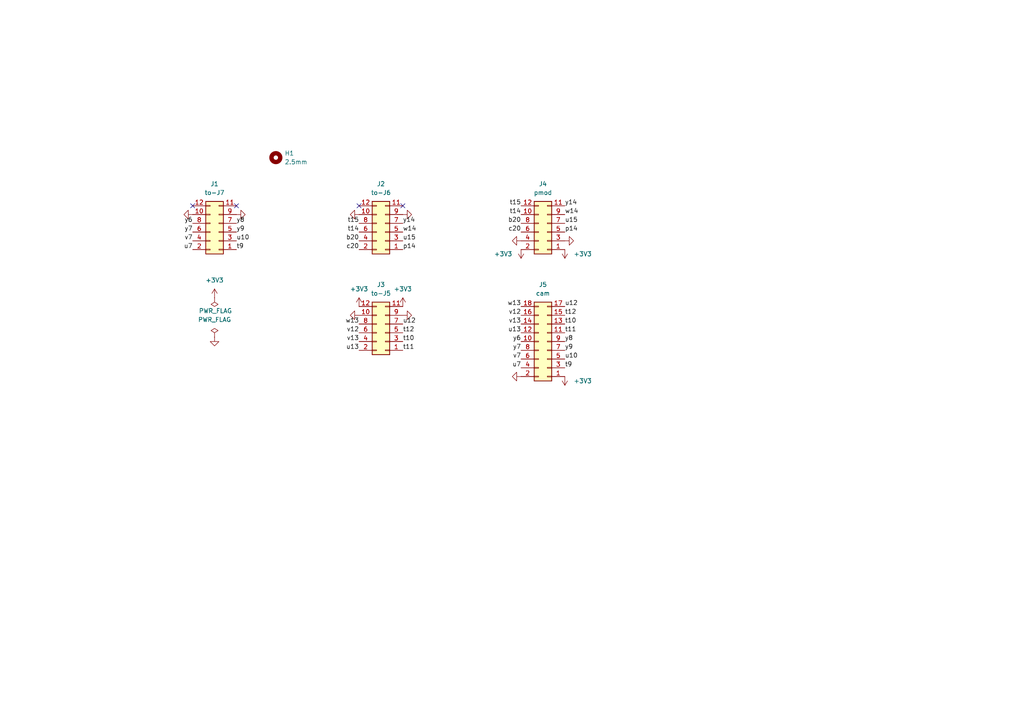
<source format=kicad_sch>
(kicad_sch (version 20211123) (generator eeschema)
  (paper "A4")
  (title_block (title "Z-Turn Pmod Adaptor") (date "2022-12-16") (rev "1.0") (company "S59MZ"))
  (lib_symbols
    (symbol "Connector_Generic:Conn_02x06_Odd_Even" (pin_names (offset 1.016) hide)
      (property "Reference" "J" (at 1.27 7.62 0))
      (property "Value" "Conn_02x06_Odd_Even" (at 1.27 -10.16 0))
      (symbol "Conn_02x06_Odd_Even_1_1"
        (rectangle (start -1.27 -7.493) (end 0 -7.747) (stroke (width 0.1524)))
        (rectangle (start -1.27 -4.953) (end 0 -5.207) (stroke (width 0.1524)))
        (rectangle (start -1.27 -2.413) (end 0 -2.667) (stroke (width 0.1524)))
        (rectangle (start -1.27 0.127) (end 0 -0.127) (stroke (width 0.1524)))
        (rectangle (start -1.27 2.667) (end 0 2.413) (stroke (width 0.1524)))
        (rectangle (start -1.27 5.207) (end 0 4.953) (stroke (width 0.1524)))
        (rectangle (start -1.27 6.35) (end 3.81 -8.89) (stroke (width 0.254)) (fill (type background)))
        (rectangle (start 3.81 -7.493) (end 2.54 -7.747) (stroke (width 0.1524)))
        (rectangle (start 3.81 -4.953) (end 2.54 -5.207) (stroke (width 0.1524)))
        (rectangle (start 3.81 -2.413) (end 2.54 -2.667) (stroke (width 0.1524)))
        (rectangle (start 3.81 0.127) (end 2.54 -0.127) (stroke (width 0.1524)))
        (rectangle (start 3.81 2.667) (end 2.54 2.413) (stroke (width 0.1524)))
        (rectangle (start 3.81 5.207) (end 2.54 4.953) (stroke (width 0.1524)))
        (pin passive line (at -5.08 5.08 0) (length 3.81) (name "Pin_1") (number "1"))
        (pin passive line (at 7.62 -5.08 180) (length 3.81) (name "Pin_10") (number "10"))
        (pin passive line (at -5.08 -7.62 0) (length 3.81) (name "Pin_11") (number "11"))
        (pin passive line (at 7.62 -7.62 180) (length 3.81) (name "Pin_12") (number "12"))
        (pin passive line (at 7.62 5.08 180) (length 3.81) (name "Pin_2") (number "2"))
        (pin passive line (at -5.08 2.54 0) (length 3.81) (name "Pin_3") (number "3"))
        (pin passive line (at 7.62 2.54 180) (length 3.81) (name "Pin_4") (number "4"))
        (pin passive line (at -5.08 0 0) (length 3.81) (name "Pin_5") (number "5"))
        (pin passive line (at 7.62 0 180) (length 3.81) (name "Pin_6") (number "6"))
        (pin passive line (at -5.08 -2.54 0) (length 3.81) (name "Pin_7") (number "7"))
        (pin passive line (at 7.62 -2.54 180) (length 3.81) (name "Pin_8") (number "8"))
        (pin passive line (at -5.08 -5.08 0) (length 3.81) (name "Pin_9") (number "9"))
      )
    )
    (symbol "Connector_Generic:Conn_02x09_Odd_Even" (pin_names (offset 1.016) hide)
      (property "Reference" "J" (at 1.27 12.7 0))
      (property "Value" "Conn_02x09_Odd_Even" (at 1.27 -12.7 0))
      (symbol "Conn_02x09_Odd_Even_1_1"
        (rectangle (start -1.27 -10.033) (end 0 -10.287) (stroke (width 0.1524)))
        (rectangle (start -1.27 -7.493) (end 0 -7.747) (stroke (width 0.1524)))
        (rectangle (start -1.27 -4.953) (end 0 -5.207) (stroke (width 0.1524)))
        (rectangle (start -1.27 -2.413) (end 0 -2.667) (stroke (width 0.1524)))
        (rectangle (start -1.27 0.127) (end 0 -0.127) (stroke (width 0.1524)))
        (rectangle (start -1.27 2.667) (end 0 2.413) (stroke (width 0.1524)))
        (rectangle (start -1.27 5.207) (end 0 4.953) (stroke (width 0.1524)))
        (rectangle (start -1.27 7.747) (end 0 7.493) (stroke (width 0.1524)))
        (rectangle (start -1.27 10.287) (end 0 10.033) (stroke (width 0.1524)))
        (rectangle (start -1.27 11.43) (end 3.81 -11.43) (stroke (width 0.254)) (fill (type background)))
        (rectangle (start 3.81 -10.033) (end 2.54 -10.287) (stroke (width 0.1524)))
        (rectangle (start 3.81 -7.493) (end 2.54 -7.747) (stroke (width 0.1524)))
        (rectangle (start 3.81 -4.953) (end 2.54 -5.207) (stroke (width 0.1524)))
        (rectangle (start 3.81 -2.413) (end 2.54 -2.667) (stroke (width 0.1524)))
        (rectangle (start 3.81 0.127) (end 2.54 -0.127) (stroke (width 0.1524)))
        (rectangle (start 3.81 2.667) (end 2.54 2.413) (stroke (width 0.1524)))
        (rectangle (start 3.81 5.207) (end 2.54 4.953) (stroke (width 0.1524)))
        (rectangle (start 3.81 7.747) (end 2.54 7.493) (stroke (width 0.1524)))
        (rectangle (start 3.81 10.287) (end 2.54 10.033) (stroke (width 0.1524)))
        (pin passive line (at -5.08 10.16 0) (length 3.81) (name "Pin_1") (number "1"))
        (pin passive line (at 7.62 0 180) (length 3.81) (name "Pin_10") (number "10"))
        (pin passive line (at -5.08 -2.54 0) (length 3.81) (name "Pin_11") (number "11"))
        (pin passive line (at 7.62 -2.54 180) (length 3.81) (name "Pin_12") (number "12"))
        (pin passive line (at -5.08 -5.08 0) (length 3.81) (name "Pin_13") (number "13"))
        (pin passive line (at 7.62 -5.08 180) (length 3.81) (name "Pin_14") (number "14"))
        (pin passive line (at -5.08 -7.62 0) (length 3.81) (name "Pin_15") (number "15"))
        (pin passive line (at 7.62 -7.62 180) (length 3.81) (name "Pin_16") (number "16"))
        (pin passive line (at -5.08 -10.16 0) (length 3.81) (name "Pin_17") (number "17"))
        (pin passive line (at 7.62 -10.16 180) (length 3.81) (name "Pin_18") (number "18"))
        (pin passive line (at 7.62 10.16 180) (length 3.81) (name "Pin_2") (number "2"))
        (pin passive line (at -5.08 7.62 0) (length 3.81) (name "Pin_3") (number "3"))
        (pin passive line (at 7.62 7.62 180) (length 3.81) (name "Pin_4") (number "4"))
        (pin passive line (at -5.08 5.08 0) (length 3.81) (name "Pin_5") (number "5"))
        (pin passive line (at 7.62 5.08 180) (length 3.81) (name "Pin_6") (number "6"))
        (pin passive line (at -5.08 2.54 0) (length 3.81) (name "Pin_7") (number "7"))
        (pin passive line (at 7.62 2.54 180) (length 3.81) (name "Pin_8") (number "8"))
        (pin passive line (at -5.08 0 0) (length 3.81) (name "Pin_9") (number "9"))
      )
    )
    (symbol "Mechanical:MountingHole" (pin_names (offset 1.016))
      (property "Reference" "H" (at 0 5.08 0))
      (property "Value" "MountingHole" (at 0 3.175 0))
      (symbol "MountingHole_0_1"
        (circle (center 0 0) (radius 1.27) (stroke (width 1.27)))
      )
    )
    (symbol "power:+3V3" (power) (pin_names (offset 0))
      (property "Value" "+3V3" (at 0 3.556 0))
      (symbol "+3V3_0_1"
        (polyline (pts (xy -0.762 1.27) (xy 0 2.54)))
        (polyline (pts (xy 0 0) (xy 0 2.54)))
        (polyline (pts (xy 0 2.54) (xy 0.762 1.27)))
      )
      (symbol "+3V3_1_1"
        (pin power_in line (at 0 0 90) (length 0) hide (name "+3V3") (number "1"))
      )
    )
    (symbol "power:GND" (power) (pin_names (offset 0))
      (property "Value" "GND" (at 0 -3.81 0))
      (symbol "GND_0_1"
        (polyline (pts (xy 0 0) (xy 0 -1.27) (xy 1.27 -1.27) (xy 0 -2.54) (xy -1.27 -1.27) (xy 0 -1.27)))
      )
      (symbol "GND_1_1"
        (pin power_in line (at 0 0 270) (length 0) hide (name "GND") (number "1"))
      )
    )
    (symbol "power:PWR_FLAG" (power) (pin_numbers hide) (pin_names (offset 0) hide)
      (property "Value" "PWR_FLAG" (at 0 3.81 0))
      (symbol "PWR_FLAG_0_0"
        (pin power_out line (at 0 0 90) (length 0) (name "pwr") (number "1"))
      )
      (symbol "PWR_FLAG_0_1"
        (polyline (pts (xy 0 0) (xy 0 1.27) (xy -1.016 1.905) (xy 0 2.54) (xy 1.016 1.905) (xy 0 1.27)))
      )
    )
  )
  (no_connect (at 116.84 59.69))
  (no_connect (at 55.88 59.69))
  (no_connect (at 104.14 59.69))
  (no_connect (at 68.58 59.69))
  (label "t14" (at 104.14 67.31 180))
  (label "w13" (at 104.14 93.98 180))
  (label "w14" (at 116.84 67.31 0))
  (label "w13" (at 151.13 88.9 180))
  (label "t11" (at 163.83 96.52 0))
  (label "v13" (at 104.14 99.06 180))
  (label "u13" (at 151.13 96.52 180))
  (label "y14" (at 116.84 64.77 0))
  (label "t12" (at 163.83 91.44 0))
  (label "y9" (at 163.83 101.6 0))
  (label "t9" (at 163.83 106.68 0))
  (label "u12" (at 116.84 93.98 0))
  (label "u7" (at 55.88 72.39 180))
  (label "v12" (at 151.13 91.44 180))
  (label "t15" (at 151.13 59.69 180))
  (label "u15" (at 163.83 64.77 0))
  (label "y8" (at 163.83 99.06 0))
  (label "y8" (at 68.58 64.77 0))
  (label "p14" (at 116.84 72.39 0))
  (label "c20" (at 151.13 67.31 180))
  (label "c20" (at 104.14 72.39 180))
  (label "w14" (at 163.83 62.23 0))
  (label "u13" (at 104.14 101.6 180))
  (label "t10" (at 163.83 93.98 0))
  (label "v12" (at 104.14 96.52 180))
  (label "u10" (at 163.83 104.14 0))
  (label "y6" (at 55.88 64.77 180))
  (label "p14" (at 163.83 67.31 0))
  (label "v7" (at 55.88 69.85 180))
  (label "u15" (at 116.84 69.85 0))
  (label "u12" (at 163.83 88.9 0))
  (label "u10" (at 68.58 69.85 0))
  (label "b20" (at 151.13 64.77 180))
  (label "t9" (at 68.58 72.39 0))
  (label "t14" (at 151.13 62.23 180))
  (label "v13" (at 151.13 93.98 180))
  (label "t11" (at 116.84 101.6 0))
  (label "t10" (at 116.84 99.06 0))
  (label "t12" (at 116.84 96.52 0))
  (label "y7" (at 151.13 101.6 180))
  (label "v7" (at 151.13 104.14 180))
  (label "b20" (at 104.14 69.85 180))
  (label "y9" (at 68.58 67.31 0))
  (label "y6" (at 151.13 99.06 180))
  (label "y14" (at 163.83 59.69 0))
  (label "y7" (at 55.88 67.31 180))
  (label "u7" (at 151.13 106.68 180))
  (label "t15" (at 104.14 64.77 180))
  (symbol (lib_id "Connector_Generic:Conn_02x06_Odd_Even") (at 63.5 67.31 180) (unit 1)
    (property "Reference" "J1" (at 62.23 53.34 0))
    (property "Value" "to-J7" (at 62.23 55.88 0))
    (property "Footprint" "Connector_PinSocket_2.54mm:PinSocket_2x06_P2.54mm_Vertical" (effects hide))
  )
  (symbol (lib_id "power:+3V3") (at 163.83 72.39 180) (unit 1)
    (property "Reference" "#PWR0108" (effects hide))
    (property "Value" "+3V3" (at 166.37 73.6599 0) (effects (justify right)))
  )
  (symbol (lib_id "power:+3V3") (at 163.83 109.22 180) (unit 1)
    (property "Reference" "#PWR0109" (effects hide))
    (property "Value" "+3V3" (at 166.37 110.4899 0) (effects (justify right)))
  )
  (symbol (lib_id "Connector_Generic:Conn_02x06_Odd_Even") (at 111.76 67.31 180) (unit 1)
    (property "Reference" "J2" (at 110.49 53.34 0))
    (property "Value" "to-J6" (at 110.49 55.88 0))
    (property "Footprint" "Connector_PinSocket_2.54mm:PinSocket_2x06_P2.54mm_Vertical" (effects hide))
  )
  (symbol (lib_id "Connector_Generic:Conn_02x06_Odd_Even") (at 158.75 67.31 180) (unit 1)
    (property "Reference" "J4" (at 157.48 53.34 0))
    (property "Value" "pmod" (at 157.48 55.88 0))
    (property "Footprint" "Connector_PinSocket_2.54mm:PinSocket_2x06_P2.54mm_Horizontal" (effects hide))
  )
  (symbol (lib_id "power:GND") (at 62.23 97.79 0) (mirror y) (unit 1)
    (property "Reference" "#PWR0116" (effects hide))
    (property "Value" "GND" (effects hide))
  )
  (symbol (lib_id "power:GND") (at 151.13 69.85 270) (mirror x) (unit 1)
    (property "Reference" "#PWR0105" (effects hide))
    (property "Value" "GND" (effects hide))
  )
  (symbol (lib_id "power:PWR_FLAG") (at 62.23 97.79 0) (unit 1)
    (property "Reference" "#FLG0101" (effects hide))
    (property "Value" "PWR_FLAG" (at 62.23 92.71 0))
  )
  (symbol (lib_id "power:GND") (at 104.14 62.23 270) (mirror x) (unit 1)
    (property "Reference" "#PWR0104" (effects hide))
    (property "Value" "GND" (effects hide))
  )
  (symbol (lib_id "power:GND") (at 151.13 109.22 270) (mirror x) (unit 1)
    (property "Reference" "#PWR0106" (effects hide))
    (property "Value" "GND" (effects hide))
  )
  (symbol (lib_id "power:GND") (at 163.83 69.85 90) (unit 1)
    (property "Reference" "#PWR0107" (effects hide))
    (property "Value" "GND" (effects hide))
  )
  (symbol (lib_id "power:GND") (at 104.14 91.44 270) (mirror x) (unit 1)
    (property "Reference" "#PWR0103" (effects hide))
    (property "Value" "GND" (effects hide))
  )
  (symbol (lib_id "power:GND") (at 116.84 62.23 90) (unit 1)
    (property "Reference" "#PWR0101" (effects hide))
    (property "Value" "GND" (effects hide))
  )
  (symbol (lib_id "power:+3V3") (at 104.14 88.9 0) (unit 1)
    (property "Reference" "#PWR0113" (effects hide))
    (property "Value" "+3V3" (at 104.14 83.82 0))
  )
  (symbol (lib_id "power:GND") (at 116.84 91.44 90) (unit 1)
    (property "Reference" "#PWR0102" (effects hide))
    (property "Value" "GND" (effects hide))
  )
  (symbol (lib_id "power:+3V3") (at 151.13 72.39 0) (mirror x) (unit 1)
    (property "Reference" "#PWR0110" (effects hide))
    (property "Value" "+3V3" (at 148.59 73.6599 0) (effects (justify right)))
  )
  (symbol (lib_id "Connector_Generic:Conn_02x09_Odd_Even") (at 158.75 99.06 180) (unit 1)
    (property "Reference" "J5" (at 157.48 82.55 0))
    (property "Value" "cam" (at 157.48 85.09 0))
    (property "Footprint" "Connector_PinSocket_2.54mm:PinSocket_2x09_P2.54mm_Horizontal" (effects hide))
  )
  (symbol (lib_id "power:GND") (at 55.88 62.23 270) (mirror x) (unit 1)
    (property "Reference" "#PWR0111" (effects hide))
    (property "Value" "GND" (effects hide))
  )
  (symbol (lib_id "Mechanical:MountingHole") (at 80.01 45.72 0) (unit 1)
    (property "Reference" "H1" (at 82.55 44.4499 0) (effects (justify left)))
    (property "Value" "2.5mm" (at 82.55 46.9899 0) (effects (justify left)))
    (property "Footprint" "MountingHole:MountingHole_2.5mm" (effects hide))
  )
  (symbol (lib_id "power:PWR_FLAG") (at 62.23 86.36 0) (mirror x) (unit 1)
    (property "Reference" "#FLG0102" (effects hide))
    (property "Value" "PWR_FLAG" (at 67.31 90.17 0) (effects (justify right)))
  )
  (symbol (lib_id "power:+3V3") (at 116.84 88.9 0) (unit 1)
    (property "Reference" "#PWR0112" (effects hide))
    (property "Value" "+3V3" (at 116.84 83.82 0))
  )
  (symbol (lib_id "Connector_Generic:Conn_02x06_Odd_Even") (at 111.76 96.52 180) (unit 1)
    (property "Reference" "J3" (at 110.49 82.55 0))
    (property "Value" "to-J5" (at 110.49 85.09 0))
    (property "Footprint" "Connector_PinSocket_2.54mm:PinSocket_2x06_P2.54mm_Vertical" (effects hide))
  )
  (symbol (lib_id "power:+3V3") (at 62.23 86.36 0) (unit 1)
    (property "Reference" "#PWR0115" (effects hide))
    (property "Value" "+3V3" (at 62.23 81.28 0))
  )
  (symbol (lib_id "power:GND") (at 68.58 62.23 90) (unit 1)
    (property "Reference" "#PWR0114" (effects hide))
    (property "Value" "GND" (effects hide))
  )
)
</source>
